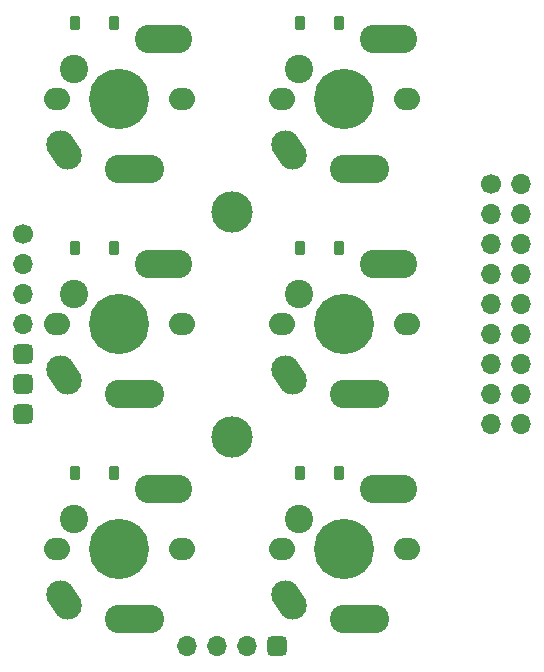
<source format=gbs>
G04 #@! TF.GenerationSoftware,KiCad,Pcbnew,7.0.5*
G04 #@! TF.CreationDate,2023-08-03T23:07:02+08:00*
G04 #@! TF.ProjectId,LM,4c4d2e6b-6963-4616-945f-706362585858,rev?*
G04 #@! TF.SameCoordinates,Original*
G04 #@! TF.FileFunction,Soldermask,Bot*
G04 #@! TF.FilePolarity,Negative*
%FSLAX46Y46*%
G04 Gerber Fmt 4.6, Leading zero omitted, Abs format (unit mm)*
G04 Created by KiCad (PCBNEW 7.0.5) date 2023-08-03 23:07:02*
%MOMM*%
%LPD*%
G01*
G04 APERTURE LIST*
G04 Aperture macros list*
%AMRoundRect*
0 Rectangle with rounded corners*
0 $1 Rounding radius*
0 $2 $3 $4 $5 $6 $7 $8 $9 X,Y pos of 4 corners*
0 Add a 4 corners polygon primitive as box body*
4,1,4,$2,$3,$4,$5,$6,$7,$8,$9,$2,$3,0*
0 Add four circle primitives for the rounded corners*
1,1,$1+$1,$2,$3*
1,1,$1+$1,$4,$5*
1,1,$1+$1,$6,$7*
1,1,$1+$1,$8,$9*
0 Add four rect primitives between the rounded corners*
20,1,$1+$1,$2,$3,$4,$5,0*
20,1,$1+$1,$4,$5,$6,$7,0*
20,1,$1+$1,$6,$7,$8,$9,0*
20,1,$1+$1,$8,$9,$2,$3,0*%
%AMHorizOval*
0 Thick line with rounded ends*
0 $1 width*
0 $2 $3 position (X,Y) of the first rounded end (center of the circle)*
0 $4 $5 position (X,Y) of the second rounded end (center of the circle)*
0 Add line between two ends*
20,1,$1,$2,$3,$4,$5,0*
0 Add two circle primitives to create the rounded ends*
1,1,$1,$2,$3*
1,1,$1,$4,$5*%
%AMOutline4P*
0 Free polygon, 4 corners , with rotation*
0 The origin of the aperture is its center*
0 number of corners: always 4*
0 $1 to $8 corner X, Y*
0 $9 Rotation angle, in degrees counterclockwise*
0 create outline with 4 corners*
4,1,4,$1,$2,$3,$4,$5,$6,$7,$8,$1,$2,$9*%
G04 Aperture macros list end*
%ADD10O,2.200000X1.900000*%
%ADD11C,5.100000*%
%ADD12HorizOval,2.400000X-0.305164X0.457575X0.305164X-0.457575X0*%
%ADD13C,2.400000*%
%ADD14Outline4P,-1.150000X-1.200000X1.150000X-1.200000X1.150000X1.200000X-1.150000X1.200000X0.000000*%
%ADD15Outline4P,-1.200000X-1.200000X1.200000X-1.200000X1.200000X1.200000X-1.200000X1.200000X0.000000*%
%ADD16RoundRect,0.425000X-0.425000X0.425000X-0.425000X-0.425000X0.425000X-0.425000X0.425000X0.425000X0*%
%ADD17O,1.700000X1.700000*%
%ADD18C,3.500000*%
%ADD19C,1.700000*%
%ADD20RoundRect,0.425000X-0.425000X-0.425000X0.425000X-0.425000X0.425000X0.425000X-0.425000X0.425000X0*%
%ADD21RoundRect,0.225000X-0.225000X-0.375000X0.225000X-0.375000X0.225000X0.375000X-0.225000X0.375000X0*%
G04 APERTURE END LIST*
D10*
X58020000Y-46090000D03*
D11*
X63320000Y-46090000D03*
D10*
X68620000Y-46090000D03*
D12*
X58620000Y-50340000D03*
D13*
X59510000Y-43550000D03*
X63320000Y-51990000D03*
D14*
X64620000Y-51990000D03*
D13*
X65860000Y-40990000D03*
X65920000Y-51990000D03*
D15*
X67090000Y-40990000D03*
D13*
X68320000Y-40990000D03*
D10*
X38970000Y-46090000D03*
D11*
X44270000Y-46090000D03*
D10*
X49570000Y-46090000D03*
D12*
X39570000Y-50340000D03*
D13*
X40460000Y-43550000D03*
X44270000Y-51990000D03*
D14*
X45570000Y-51990000D03*
D13*
X46810000Y-40990000D03*
X46870000Y-51990000D03*
D15*
X48040000Y-40990000D03*
D13*
X49270000Y-40990000D03*
D16*
X57610000Y-92370000D03*
D17*
X55070000Y-92370000D03*
X52530000Y-92370000D03*
X49990000Y-92370000D03*
D18*
X53795000Y-74665000D03*
D19*
X75760000Y-53280000D03*
D17*
X75760000Y-55820000D03*
X75760000Y-58360000D03*
X75760000Y-60900000D03*
X75760000Y-63440000D03*
X75760000Y-65980000D03*
X75760000Y-68520000D03*
X75760000Y-71060000D03*
X75760000Y-73600000D03*
X78300000Y-53280000D03*
X78300000Y-55820000D03*
X78300000Y-58360000D03*
X78300000Y-60900000D03*
X78300000Y-63440000D03*
X78300000Y-65980000D03*
X78300000Y-68520000D03*
X78300000Y-71060000D03*
X78300000Y-73600000D03*
D18*
X53795000Y-55615000D03*
D19*
X36110000Y-57520000D03*
D17*
X36110000Y-60060000D03*
X36110000Y-62600000D03*
X36110000Y-65140000D03*
D20*
X36110000Y-67680000D03*
X36110000Y-70220000D03*
X36110000Y-72760000D03*
D10*
X38970000Y-84190000D03*
D11*
X44270000Y-84190000D03*
D10*
X49570000Y-84190000D03*
D12*
X39570000Y-88440000D03*
D13*
X40460000Y-81650000D03*
X44270000Y-90090000D03*
D14*
X45570000Y-90090000D03*
D13*
X46810000Y-79090000D03*
X46870000Y-90090000D03*
D15*
X48040000Y-79090000D03*
D13*
X49270000Y-79090000D03*
D10*
X58020000Y-65140000D03*
D11*
X63320000Y-65140000D03*
D10*
X68620000Y-65140000D03*
D12*
X58620000Y-69390000D03*
D13*
X59510000Y-62600000D03*
X63320000Y-71040000D03*
D14*
X64620000Y-71040000D03*
D13*
X65860000Y-60040000D03*
X65920000Y-71040000D03*
D15*
X67090000Y-60040000D03*
D13*
X68320000Y-60040000D03*
D10*
X58020000Y-84190000D03*
D11*
X63320000Y-84190000D03*
D10*
X68620000Y-84190000D03*
D12*
X58620000Y-88440000D03*
D13*
X59510000Y-81650000D03*
X63320000Y-90090000D03*
D14*
X64620000Y-90090000D03*
D13*
X65860000Y-79090000D03*
X65920000Y-90090000D03*
D15*
X67090000Y-79090000D03*
D13*
X68320000Y-79090000D03*
D10*
X38970000Y-65140000D03*
D11*
X44270000Y-65140000D03*
D10*
X49570000Y-65140000D03*
D12*
X39570000Y-69390000D03*
D13*
X40460000Y-62600000D03*
X44270000Y-71040000D03*
D14*
X45570000Y-71040000D03*
D13*
X46810000Y-60040000D03*
X46870000Y-71040000D03*
D15*
X48040000Y-60040000D03*
D13*
X49270000Y-60040000D03*
D21*
X40490000Y-58650000D03*
X43790000Y-58650000D03*
X59540000Y-77700000D03*
X62840000Y-77700000D03*
X40490000Y-77700000D03*
X43790000Y-77700000D03*
X40490000Y-39600000D03*
X43790000Y-39600000D03*
X59540000Y-58650000D03*
X62840000Y-58650000D03*
X59540000Y-39600000D03*
X62840000Y-39600000D03*
M02*

</source>
